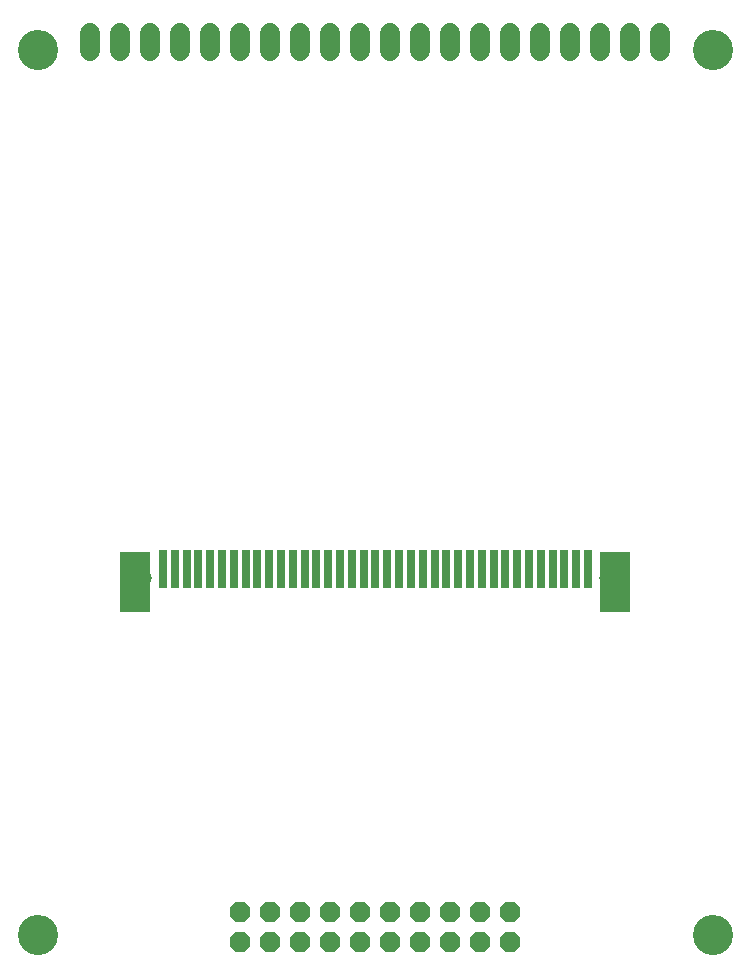
<source format=gbr>
G04 EAGLE Gerber RS-274X export*
G75*
%MOMM*%
%FSLAX34Y34*%
%LPD*%
%INSoldermask Bottom*%
%IPPOS*%
%AMOC8*
5,1,8,0,0,1.08239X$1,22.5*%
G01*
%ADD10C,3.403200*%
%ADD11R,0.703200X3.203200*%
%ADD12R,2.540000X5.080000*%
%ADD13C,1.203200*%
%ADD14P,1.869504X8X202.500000*%
%ADD15C,1.727200*%


D10*
X-285750Y374650D03*
X-285750Y-374650D03*
X285750Y-374650D03*
X285750Y374650D03*
D11*
X0Y-65200D03*
X10000Y-65200D03*
X20000Y-65200D03*
X30000Y-65200D03*
X40000Y-65200D03*
X50000Y-65200D03*
X60000Y-65200D03*
X70000Y-65200D03*
X80000Y-65200D03*
X90000Y-65200D03*
X100000Y-65200D03*
X110000Y-65200D03*
X120000Y-65200D03*
X130000Y-65200D03*
X140000Y-65200D03*
X150000Y-65200D03*
X160000Y-65200D03*
X170000Y-65200D03*
X180000Y-65200D03*
X-10000Y-65200D03*
X-20000Y-65200D03*
X-30000Y-65200D03*
X-40000Y-65200D03*
X-50000Y-65200D03*
X-60000Y-65200D03*
X-70000Y-65200D03*
X-80000Y-65200D03*
X-90000Y-65200D03*
X-100000Y-65200D03*
X-110000Y-65200D03*
X-120000Y-65200D03*
X-130000Y-65200D03*
X-140000Y-65200D03*
X-150000Y-65200D03*
X-160000Y-65200D03*
X-170000Y-65200D03*
X-180000Y-65200D03*
D12*
X203200Y-76200D03*
X-203200Y-76200D03*
D13*
X195000Y-72900D03*
X-195000Y-72900D03*
D14*
X114300Y-355600D03*
X114300Y-381000D03*
X88900Y-355600D03*
X88900Y-381000D03*
X63500Y-355600D03*
X63500Y-381000D03*
X38100Y-355600D03*
X38100Y-381000D03*
X12700Y-355600D03*
X12700Y-381000D03*
X-12700Y-355600D03*
X-12700Y-381000D03*
X-38100Y-355600D03*
X-38100Y-381000D03*
X-63500Y-355600D03*
X-63500Y-381000D03*
X-88900Y-355600D03*
X-88900Y-381000D03*
X-114300Y-355600D03*
X-114300Y-381000D03*
D15*
X241300Y373380D02*
X241300Y388620D01*
X215900Y388620D02*
X215900Y373380D01*
X190500Y373380D02*
X190500Y388620D01*
X165100Y388620D02*
X165100Y373380D01*
X139700Y373380D02*
X139700Y388620D01*
X114300Y388620D02*
X114300Y373380D01*
X88900Y373380D02*
X88900Y388620D01*
X63500Y388620D02*
X63500Y373380D01*
X38100Y373380D02*
X38100Y388620D01*
X12700Y388620D02*
X12700Y373380D01*
X-12700Y373380D02*
X-12700Y388620D01*
X-38100Y388620D02*
X-38100Y373380D01*
X-63500Y373380D02*
X-63500Y388620D01*
X-88900Y388620D02*
X-88900Y373380D01*
X-114300Y373380D02*
X-114300Y388620D01*
X-139700Y388620D02*
X-139700Y373380D01*
X-165100Y373380D02*
X-165100Y388620D01*
X-190500Y388620D02*
X-190500Y373380D01*
X-215900Y373380D02*
X-215900Y388620D01*
X-241300Y388620D02*
X-241300Y373380D01*
M02*

</source>
